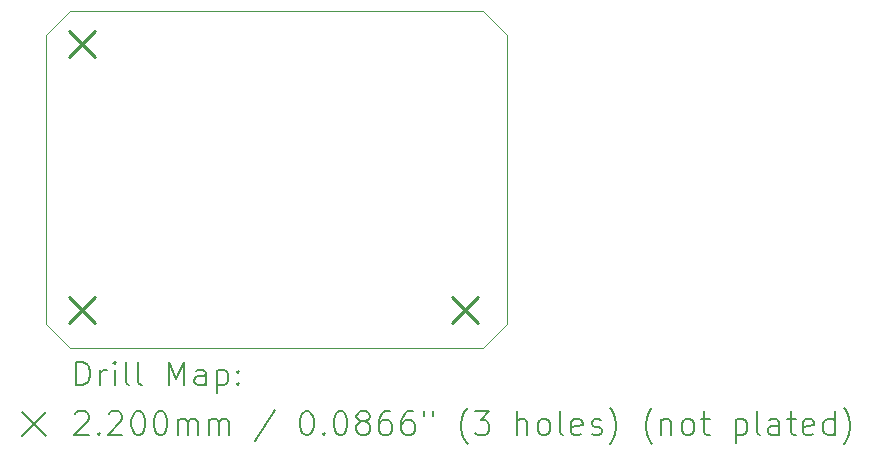
<source format=gbr>
%TF.GenerationSoftware,KiCad,Pcbnew,9.0.4*%
%TF.CreationDate,2025-10-19T21:38:01+02:00*%
%TF.ProjectId,3v-switching-voltage-regulator,33762d73-7769-4746-9368-696e672d766f,rev?*%
%TF.SameCoordinates,Original*%
%TF.FileFunction,Drillmap*%
%TF.FilePolarity,Positive*%
%FSLAX45Y45*%
G04 Gerber Fmt 4.5, Leading zero omitted, Abs format (unit mm)*
G04 Created by KiCad (PCBNEW 9.0.4) date 2025-10-19 21:38:01*
%MOMM*%
%LPD*%
G01*
G04 APERTURE LIST*
%ADD10C,0.100000*%
%ADD11C,0.200000*%
%ADD12C,0.220000*%
G04 APERTURE END LIST*
D10*
X8125000Y-6200000D02*
X8125000Y-3750000D01*
X8325000Y-3550000D02*
X11825000Y-3550000D01*
X8325000Y-6400000D02*
X8125000Y-6200000D01*
X8125000Y-3750000D02*
X8325000Y-3550000D01*
X12025000Y-3750000D02*
X11825000Y-3550000D01*
X8325000Y-6400000D02*
X11825000Y-6400000D01*
X12025000Y-6200000D02*
X12025000Y-3750000D01*
X11825000Y-6400000D02*
X12025000Y-6200000D01*
D11*
D12*
X8315000Y-3715000D02*
X8535000Y-3935000D01*
X8535000Y-3715000D02*
X8315000Y-3935000D01*
X8315000Y-5965000D02*
X8535000Y-6185000D01*
X8535000Y-5965000D02*
X8315000Y-6185000D01*
X11565000Y-5965000D02*
X11785000Y-6185000D01*
X11785000Y-5965000D02*
X11565000Y-6185000D01*
D11*
X8380777Y-6716484D02*
X8380777Y-6516484D01*
X8380777Y-6516484D02*
X8428396Y-6516484D01*
X8428396Y-6516484D02*
X8456967Y-6526008D01*
X8456967Y-6526008D02*
X8476015Y-6545055D01*
X8476015Y-6545055D02*
X8485539Y-6564103D01*
X8485539Y-6564103D02*
X8495063Y-6602198D01*
X8495063Y-6602198D02*
X8495063Y-6630769D01*
X8495063Y-6630769D02*
X8485539Y-6668865D01*
X8485539Y-6668865D02*
X8476015Y-6687912D01*
X8476015Y-6687912D02*
X8456967Y-6706960D01*
X8456967Y-6706960D02*
X8428396Y-6716484D01*
X8428396Y-6716484D02*
X8380777Y-6716484D01*
X8580777Y-6716484D02*
X8580777Y-6583150D01*
X8580777Y-6621246D02*
X8590301Y-6602198D01*
X8590301Y-6602198D02*
X8599824Y-6592674D01*
X8599824Y-6592674D02*
X8618872Y-6583150D01*
X8618872Y-6583150D02*
X8637920Y-6583150D01*
X8704586Y-6716484D02*
X8704586Y-6583150D01*
X8704586Y-6516484D02*
X8695063Y-6526008D01*
X8695063Y-6526008D02*
X8704586Y-6535531D01*
X8704586Y-6535531D02*
X8714110Y-6526008D01*
X8714110Y-6526008D02*
X8704586Y-6516484D01*
X8704586Y-6516484D02*
X8704586Y-6535531D01*
X8828396Y-6716484D02*
X8809348Y-6706960D01*
X8809348Y-6706960D02*
X8799824Y-6687912D01*
X8799824Y-6687912D02*
X8799824Y-6516484D01*
X8933158Y-6716484D02*
X8914110Y-6706960D01*
X8914110Y-6706960D02*
X8904586Y-6687912D01*
X8904586Y-6687912D02*
X8904586Y-6516484D01*
X9161729Y-6716484D02*
X9161729Y-6516484D01*
X9161729Y-6516484D02*
X9228396Y-6659341D01*
X9228396Y-6659341D02*
X9295063Y-6516484D01*
X9295063Y-6516484D02*
X9295063Y-6716484D01*
X9476015Y-6716484D02*
X9476015Y-6611722D01*
X9476015Y-6611722D02*
X9466491Y-6592674D01*
X9466491Y-6592674D02*
X9447444Y-6583150D01*
X9447444Y-6583150D02*
X9409348Y-6583150D01*
X9409348Y-6583150D02*
X9390301Y-6592674D01*
X9476015Y-6706960D02*
X9456967Y-6716484D01*
X9456967Y-6716484D02*
X9409348Y-6716484D01*
X9409348Y-6716484D02*
X9390301Y-6706960D01*
X9390301Y-6706960D02*
X9380777Y-6687912D01*
X9380777Y-6687912D02*
X9380777Y-6668865D01*
X9380777Y-6668865D02*
X9390301Y-6649817D01*
X9390301Y-6649817D02*
X9409348Y-6640293D01*
X9409348Y-6640293D02*
X9456967Y-6640293D01*
X9456967Y-6640293D02*
X9476015Y-6630769D01*
X9571253Y-6583150D02*
X9571253Y-6783150D01*
X9571253Y-6592674D02*
X9590301Y-6583150D01*
X9590301Y-6583150D02*
X9628396Y-6583150D01*
X9628396Y-6583150D02*
X9647444Y-6592674D01*
X9647444Y-6592674D02*
X9656967Y-6602198D01*
X9656967Y-6602198D02*
X9666491Y-6621246D01*
X9666491Y-6621246D02*
X9666491Y-6678388D01*
X9666491Y-6678388D02*
X9656967Y-6697436D01*
X9656967Y-6697436D02*
X9647444Y-6706960D01*
X9647444Y-6706960D02*
X9628396Y-6716484D01*
X9628396Y-6716484D02*
X9590301Y-6716484D01*
X9590301Y-6716484D02*
X9571253Y-6706960D01*
X9752205Y-6697436D02*
X9761729Y-6706960D01*
X9761729Y-6706960D02*
X9752205Y-6716484D01*
X9752205Y-6716484D02*
X9742682Y-6706960D01*
X9742682Y-6706960D02*
X9752205Y-6697436D01*
X9752205Y-6697436D02*
X9752205Y-6716484D01*
X9752205Y-6592674D02*
X9761729Y-6602198D01*
X9761729Y-6602198D02*
X9752205Y-6611722D01*
X9752205Y-6611722D02*
X9742682Y-6602198D01*
X9742682Y-6602198D02*
X9752205Y-6592674D01*
X9752205Y-6592674D02*
X9752205Y-6611722D01*
X7920000Y-6945000D02*
X8120000Y-7145000D01*
X8120000Y-6945000D02*
X7920000Y-7145000D01*
X8371253Y-6955531D02*
X8380777Y-6946008D01*
X8380777Y-6946008D02*
X8399824Y-6936484D01*
X8399824Y-6936484D02*
X8447444Y-6936484D01*
X8447444Y-6936484D02*
X8466491Y-6946008D01*
X8466491Y-6946008D02*
X8476015Y-6955531D01*
X8476015Y-6955531D02*
X8485539Y-6974579D01*
X8485539Y-6974579D02*
X8485539Y-6993627D01*
X8485539Y-6993627D02*
X8476015Y-7022198D01*
X8476015Y-7022198D02*
X8361729Y-7136484D01*
X8361729Y-7136484D02*
X8485539Y-7136484D01*
X8571253Y-7117436D02*
X8580777Y-7126960D01*
X8580777Y-7126960D02*
X8571253Y-7136484D01*
X8571253Y-7136484D02*
X8561729Y-7126960D01*
X8561729Y-7126960D02*
X8571253Y-7117436D01*
X8571253Y-7117436D02*
X8571253Y-7136484D01*
X8656967Y-6955531D02*
X8666491Y-6946008D01*
X8666491Y-6946008D02*
X8685539Y-6936484D01*
X8685539Y-6936484D02*
X8733158Y-6936484D01*
X8733158Y-6936484D02*
X8752205Y-6946008D01*
X8752205Y-6946008D02*
X8761729Y-6955531D01*
X8761729Y-6955531D02*
X8771253Y-6974579D01*
X8771253Y-6974579D02*
X8771253Y-6993627D01*
X8771253Y-6993627D02*
X8761729Y-7022198D01*
X8761729Y-7022198D02*
X8647444Y-7136484D01*
X8647444Y-7136484D02*
X8771253Y-7136484D01*
X8895063Y-6936484D02*
X8914110Y-6936484D01*
X8914110Y-6936484D02*
X8933158Y-6946008D01*
X8933158Y-6946008D02*
X8942682Y-6955531D01*
X8942682Y-6955531D02*
X8952205Y-6974579D01*
X8952205Y-6974579D02*
X8961729Y-7012674D01*
X8961729Y-7012674D02*
X8961729Y-7060293D01*
X8961729Y-7060293D02*
X8952205Y-7098388D01*
X8952205Y-7098388D02*
X8942682Y-7117436D01*
X8942682Y-7117436D02*
X8933158Y-7126960D01*
X8933158Y-7126960D02*
X8914110Y-7136484D01*
X8914110Y-7136484D02*
X8895063Y-7136484D01*
X8895063Y-7136484D02*
X8876015Y-7126960D01*
X8876015Y-7126960D02*
X8866491Y-7117436D01*
X8866491Y-7117436D02*
X8856967Y-7098388D01*
X8856967Y-7098388D02*
X8847444Y-7060293D01*
X8847444Y-7060293D02*
X8847444Y-7012674D01*
X8847444Y-7012674D02*
X8856967Y-6974579D01*
X8856967Y-6974579D02*
X8866491Y-6955531D01*
X8866491Y-6955531D02*
X8876015Y-6946008D01*
X8876015Y-6946008D02*
X8895063Y-6936484D01*
X9085539Y-6936484D02*
X9104586Y-6936484D01*
X9104586Y-6936484D02*
X9123634Y-6946008D01*
X9123634Y-6946008D02*
X9133158Y-6955531D01*
X9133158Y-6955531D02*
X9142682Y-6974579D01*
X9142682Y-6974579D02*
X9152205Y-7012674D01*
X9152205Y-7012674D02*
X9152205Y-7060293D01*
X9152205Y-7060293D02*
X9142682Y-7098388D01*
X9142682Y-7098388D02*
X9133158Y-7117436D01*
X9133158Y-7117436D02*
X9123634Y-7126960D01*
X9123634Y-7126960D02*
X9104586Y-7136484D01*
X9104586Y-7136484D02*
X9085539Y-7136484D01*
X9085539Y-7136484D02*
X9066491Y-7126960D01*
X9066491Y-7126960D02*
X9056967Y-7117436D01*
X9056967Y-7117436D02*
X9047444Y-7098388D01*
X9047444Y-7098388D02*
X9037920Y-7060293D01*
X9037920Y-7060293D02*
X9037920Y-7012674D01*
X9037920Y-7012674D02*
X9047444Y-6974579D01*
X9047444Y-6974579D02*
X9056967Y-6955531D01*
X9056967Y-6955531D02*
X9066491Y-6946008D01*
X9066491Y-6946008D02*
X9085539Y-6936484D01*
X9237920Y-7136484D02*
X9237920Y-7003150D01*
X9237920Y-7022198D02*
X9247444Y-7012674D01*
X9247444Y-7012674D02*
X9266491Y-7003150D01*
X9266491Y-7003150D02*
X9295063Y-7003150D01*
X9295063Y-7003150D02*
X9314110Y-7012674D01*
X9314110Y-7012674D02*
X9323634Y-7031722D01*
X9323634Y-7031722D02*
X9323634Y-7136484D01*
X9323634Y-7031722D02*
X9333158Y-7012674D01*
X9333158Y-7012674D02*
X9352205Y-7003150D01*
X9352205Y-7003150D02*
X9380777Y-7003150D01*
X9380777Y-7003150D02*
X9399825Y-7012674D01*
X9399825Y-7012674D02*
X9409348Y-7031722D01*
X9409348Y-7031722D02*
X9409348Y-7136484D01*
X9504586Y-7136484D02*
X9504586Y-7003150D01*
X9504586Y-7022198D02*
X9514110Y-7012674D01*
X9514110Y-7012674D02*
X9533158Y-7003150D01*
X9533158Y-7003150D02*
X9561729Y-7003150D01*
X9561729Y-7003150D02*
X9580777Y-7012674D01*
X9580777Y-7012674D02*
X9590301Y-7031722D01*
X9590301Y-7031722D02*
X9590301Y-7136484D01*
X9590301Y-7031722D02*
X9599825Y-7012674D01*
X9599825Y-7012674D02*
X9618872Y-7003150D01*
X9618872Y-7003150D02*
X9647444Y-7003150D01*
X9647444Y-7003150D02*
X9666491Y-7012674D01*
X9666491Y-7012674D02*
X9676015Y-7031722D01*
X9676015Y-7031722D02*
X9676015Y-7136484D01*
X10066491Y-6926960D02*
X9895063Y-7184103D01*
X10323634Y-6936484D02*
X10342682Y-6936484D01*
X10342682Y-6936484D02*
X10361729Y-6946008D01*
X10361729Y-6946008D02*
X10371253Y-6955531D01*
X10371253Y-6955531D02*
X10380777Y-6974579D01*
X10380777Y-6974579D02*
X10390301Y-7012674D01*
X10390301Y-7012674D02*
X10390301Y-7060293D01*
X10390301Y-7060293D02*
X10380777Y-7098388D01*
X10380777Y-7098388D02*
X10371253Y-7117436D01*
X10371253Y-7117436D02*
X10361729Y-7126960D01*
X10361729Y-7126960D02*
X10342682Y-7136484D01*
X10342682Y-7136484D02*
X10323634Y-7136484D01*
X10323634Y-7136484D02*
X10304587Y-7126960D01*
X10304587Y-7126960D02*
X10295063Y-7117436D01*
X10295063Y-7117436D02*
X10285539Y-7098388D01*
X10285539Y-7098388D02*
X10276015Y-7060293D01*
X10276015Y-7060293D02*
X10276015Y-7012674D01*
X10276015Y-7012674D02*
X10285539Y-6974579D01*
X10285539Y-6974579D02*
X10295063Y-6955531D01*
X10295063Y-6955531D02*
X10304587Y-6946008D01*
X10304587Y-6946008D02*
X10323634Y-6936484D01*
X10476015Y-7117436D02*
X10485539Y-7126960D01*
X10485539Y-7126960D02*
X10476015Y-7136484D01*
X10476015Y-7136484D02*
X10466491Y-7126960D01*
X10466491Y-7126960D02*
X10476015Y-7117436D01*
X10476015Y-7117436D02*
X10476015Y-7136484D01*
X10609348Y-6936484D02*
X10628396Y-6936484D01*
X10628396Y-6936484D02*
X10647444Y-6946008D01*
X10647444Y-6946008D02*
X10656968Y-6955531D01*
X10656968Y-6955531D02*
X10666491Y-6974579D01*
X10666491Y-6974579D02*
X10676015Y-7012674D01*
X10676015Y-7012674D02*
X10676015Y-7060293D01*
X10676015Y-7060293D02*
X10666491Y-7098388D01*
X10666491Y-7098388D02*
X10656968Y-7117436D01*
X10656968Y-7117436D02*
X10647444Y-7126960D01*
X10647444Y-7126960D02*
X10628396Y-7136484D01*
X10628396Y-7136484D02*
X10609348Y-7136484D01*
X10609348Y-7136484D02*
X10590301Y-7126960D01*
X10590301Y-7126960D02*
X10580777Y-7117436D01*
X10580777Y-7117436D02*
X10571253Y-7098388D01*
X10571253Y-7098388D02*
X10561729Y-7060293D01*
X10561729Y-7060293D02*
X10561729Y-7012674D01*
X10561729Y-7012674D02*
X10571253Y-6974579D01*
X10571253Y-6974579D02*
X10580777Y-6955531D01*
X10580777Y-6955531D02*
X10590301Y-6946008D01*
X10590301Y-6946008D02*
X10609348Y-6936484D01*
X10790301Y-7022198D02*
X10771253Y-7012674D01*
X10771253Y-7012674D02*
X10761729Y-7003150D01*
X10761729Y-7003150D02*
X10752206Y-6984103D01*
X10752206Y-6984103D02*
X10752206Y-6974579D01*
X10752206Y-6974579D02*
X10761729Y-6955531D01*
X10761729Y-6955531D02*
X10771253Y-6946008D01*
X10771253Y-6946008D02*
X10790301Y-6936484D01*
X10790301Y-6936484D02*
X10828396Y-6936484D01*
X10828396Y-6936484D02*
X10847444Y-6946008D01*
X10847444Y-6946008D02*
X10856968Y-6955531D01*
X10856968Y-6955531D02*
X10866491Y-6974579D01*
X10866491Y-6974579D02*
X10866491Y-6984103D01*
X10866491Y-6984103D02*
X10856968Y-7003150D01*
X10856968Y-7003150D02*
X10847444Y-7012674D01*
X10847444Y-7012674D02*
X10828396Y-7022198D01*
X10828396Y-7022198D02*
X10790301Y-7022198D01*
X10790301Y-7022198D02*
X10771253Y-7031722D01*
X10771253Y-7031722D02*
X10761729Y-7041246D01*
X10761729Y-7041246D02*
X10752206Y-7060293D01*
X10752206Y-7060293D02*
X10752206Y-7098388D01*
X10752206Y-7098388D02*
X10761729Y-7117436D01*
X10761729Y-7117436D02*
X10771253Y-7126960D01*
X10771253Y-7126960D02*
X10790301Y-7136484D01*
X10790301Y-7136484D02*
X10828396Y-7136484D01*
X10828396Y-7136484D02*
X10847444Y-7126960D01*
X10847444Y-7126960D02*
X10856968Y-7117436D01*
X10856968Y-7117436D02*
X10866491Y-7098388D01*
X10866491Y-7098388D02*
X10866491Y-7060293D01*
X10866491Y-7060293D02*
X10856968Y-7041246D01*
X10856968Y-7041246D02*
X10847444Y-7031722D01*
X10847444Y-7031722D02*
X10828396Y-7022198D01*
X11037920Y-6936484D02*
X10999825Y-6936484D01*
X10999825Y-6936484D02*
X10980777Y-6946008D01*
X10980777Y-6946008D02*
X10971253Y-6955531D01*
X10971253Y-6955531D02*
X10952206Y-6984103D01*
X10952206Y-6984103D02*
X10942682Y-7022198D01*
X10942682Y-7022198D02*
X10942682Y-7098388D01*
X10942682Y-7098388D02*
X10952206Y-7117436D01*
X10952206Y-7117436D02*
X10961729Y-7126960D01*
X10961729Y-7126960D02*
X10980777Y-7136484D01*
X10980777Y-7136484D02*
X11018872Y-7136484D01*
X11018872Y-7136484D02*
X11037920Y-7126960D01*
X11037920Y-7126960D02*
X11047444Y-7117436D01*
X11047444Y-7117436D02*
X11056968Y-7098388D01*
X11056968Y-7098388D02*
X11056968Y-7050769D01*
X11056968Y-7050769D02*
X11047444Y-7031722D01*
X11047444Y-7031722D02*
X11037920Y-7022198D01*
X11037920Y-7022198D02*
X11018872Y-7012674D01*
X11018872Y-7012674D02*
X10980777Y-7012674D01*
X10980777Y-7012674D02*
X10961729Y-7022198D01*
X10961729Y-7022198D02*
X10952206Y-7031722D01*
X10952206Y-7031722D02*
X10942682Y-7050769D01*
X11228396Y-6936484D02*
X11190301Y-6936484D01*
X11190301Y-6936484D02*
X11171253Y-6946008D01*
X11171253Y-6946008D02*
X11161729Y-6955531D01*
X11161729Y-6955531D02*
X11142682Y-6984103D01*
X11142682Y-6984103D02*
X11133158Y-7022198D01*
X11133158Y-7022198D02*
X11133158Y-7098388D01*
X11133158Y-7098388D02*
X11142682Y-7117436D01*
X11142682Y-7117436D02*
X11152206Y-7126960D01*
X11152206Y-7126960D02*
X11171253Y-7136484D01*
X11171253Y-7136484D02*
X11209348Y-7136484D01*
X11209348Y-7136484D02*
X11228396Y-7126960D01*
X11228396Y-7126960D02*
X11237920Y-7117436D01*
X11237920Y-7117436D02*
X11247444Y-7098388D01*
X11247444Y-7098388D02*
X11247444Y-7050769D01*
X11247444Y-7050769D02*
X11237920Y-7031722D01*
X11237920Y-7031722D02*
X11228396Y-7022198D01*
X11228396Y-7022198D02*
X11209348Y-7012674D01*
X11209348Y-7012674D02*
X11171253Y-7012674D01*
X11171253Y-7012674D02*
X11152206Y-7022198D01*
X11152206Y-7022198D02*
X11142682Y-7031722D01*
X11142682Y-7031722D02*
X11133158Y-7050769D01*
X11323634Y-6936484D02*
X11323634Y-6974579D01*
X11399825Y-6936484D02*
X11399825Y-6974579D01*
X11695063Y-7212674D02*
X11685539Y-7203150D01*
X11685539Y-7203150D02*
X11666491Y-7174579D01*
X11666491Y-7174579D02*
X11656968Y-7155531D01*
X11656968Y-7155531D02*
X11647444Y-7126960D01*
X11647444Y-7126960D02*
X11637920Y-7079341D01*
X11637920Y-7079341D02*
X11637920Y-7041246D01*
X11637920Y-7041246D02*
X11647444Y-6993627D01*
X11647444Y-6993627D02*
X11656968Y-6965055D01*
X11656968Y-6965055D02*
X11666491Y-6946008D01*
X11666491Y-6946008D02*
X11685539Y-6917436D01*
X11685539Y-6917436D02*
X11695063Y-6907912D01*
X11752206Y-6936484D02*
X11876015Y-6936484D01*
X11876015Y-6936484D02*
X11809348Y-7012674D01*
X11809348Y-7012674D02*
X11837920Y-7012674D01*
X11837920Y-7012674D02*
X11856968Y-7022198D01*
X11856968Y-7022198D02*
X11866491Y-7031722D01*
X11866491Y-7031722D02*
X11876015Y-7050769D01*
X11876015Y-7050769D02*
X11876015Y-7098388D01*
X11876015Y-7098388D02*
X11866491Y-7117436D01*
X11866491Y-7117436D02*
X11856968Y-7126960D01*
X11856968Y-7126960D02*
X11837920Y-7136484D01*
X11837920Y-7136484D02*
X11780777Y-7136484D01*
X11780777Y-7136484D02*
X11761729Y-7126960D01*
X11761729Y-7126960D02*
X11752206Y-7117436D01*
X12114110Y-7136484D02*
X12114110Y-6936484D01*
X12199825Y-7136484D02*
X12199825Y-7031722D01*
X12199825Y-7031722D02*
X12190301Y-7012674D01*
X12190301Y-7012674D02*
X12171253Y-7003150D01*
X12171253Y-7003150D02*
X12142682Y-7003150D01*
X12142682Y-7003150D02*
X12123634Y-7012674D01*
X12123634Y-7012674D02*
X12114110Y-7022198D01*
X12323634Y-7136484D02*
X12304587Y-7126960D01*
X12304587Y-7126960D02*
X12295063Y-7117436D01*
X12295063Y-7117436D02*
X12285539Y-7098388D01*
X12285539Y-7098388D02*
X12285539Y-7041246D01*
X12285539Y-7041246D02*
X12295063Y-7022198D01*
X12295063Y-7022198D02*
X12304587Y-7012674D01*
X12304587Y-7012674D02*
X12323634Y-7003150D01*
X12323634Y-7003150D02*
X12352206Y-7003150D01*
X12352206Y-7003150D02*
X12371253Y-7012674D01*
X12371253Y-7012674D02*
X12380777Y-7022198D01*
X12380777Y-7022198D02*
X12390301Y-7041246D01*
X12390301Y-7041246D02*
X12390301Y-7098388D01*
X12390301Y-7098388D02*
X12380777Y-7117436D01*
X12380777Y-7117436D02*
X12371253Y-7126960D01*
X12371253Y-7126960D02*
X12352206Y-7136484D01*
X12352206Y-7136484D02*
X12323634Y-7136484D01*
X12504587Y-7136484D02*
X12485539Y-7126960D01*
X12485539Y-7126960D02*
X12476015Y-7107912D01*
X12476015Y-7107912D02*
X12476015Y-6936484D01*
X12656968Y-7126960D02*
X12637920Y-7136484D01*
X12637920Y-7136484D02*
X12599825Y-7136484D01*
X12599825Y-7136484D02*
X12580777Y-7126960D01*
X12580777Y-7126960D02*
X12571253Y-7107912D01*
X12571253Y-7107912D02*
X12571253Y-7031722D01*
X12571253Y-7031722D02*
X12580777Y-7012674D01*
X12580777Y-7012674D02*
X12599825Y-7003150D01*
X12599825Y-7003150D02*
X12637920Y-7003150D01*
X12637920Y-7003150D02*
X12656968Y-7012674D01*
X12656968Y-7012674D02*
X12666491Y-7031722D01*
X12666491Y-7031722D02*
X12666491Y-7050769D01*
X12666491Y-7050769D02*
X12571253Y-7069817D01*
X12742682Y-7126960D02*
X12761730Y-7136484D01*
X12761730Y-7136484D02*
X12799825Y-7136484D01*
X12799825Y-7136484D02*
X12818872Y-7126960D01*
X12818872Y-7126960D02*
X12828396Y-7107912D01*
X12828396Y-7107912D02*
X12828396Y-7098388D01*
X12828396Y-7098388D02*
X12818872Y-7079341D01*
X12818872Y-7079341D02*
X12799825Y-7069817D01*
X12799825Y-7069817D02*
X12771253Y-7069817D01*
X12771253Y-7069817D02*
X12752206Y-7060293D01*
X12752206Y-7060293D02*
X12742682Y-7041246D01*
X12742682Y-7041246D02*
X12742682Y-7031722D01*
X12742682Y-7031722D02*
X12752206Y-7012674D01*
X12752206Y-7012674D02*
X12771253Y-7003150D01*
X12771253Y-7003150D02*
X12799825Y-7003150D01*
X12799825Y-7003150D02*
X12818872Y-7012674D01*
X12895063Y-7212674D02*
X12904587Y-7203150D01*
X12904587Y-7203150D02*
X12923634Y-7174579D01*
X12923634Y-7174579D02*
X12933158Y-7155531D01*
X12933158Y-7155531D02*
X12942682Y-7126960D01*
X12942682Y-7126960D02*
X12952206Y-7079341D01*
X12952206Y-7079341D02*
X12952206Y-7041246D01*
X12952206Y-7041246D02*
X12942682Y-6993627D01*
X12942682Y-6993627D02*
X12933158Y-6965055D01*
X12933158Y-6965055D02*
X12923634Y-6946008D01*
X12923634Y-6946008D02*
X12904587Y-6917436D01*
X12904587Y-6917436D02*
X12895063Y-6907912D01*
X13256968Y-7212674D02*
X13247444Y-7203150D01*
X13247444Y-7203150D02*
X13228396Y-7174579D01*
X13228396Y-7174579D02*
X13218872Y-7155531D01*
X13218872Y-7155531D02*
X13209349Y-7126960D01*
X13209349Y-7126960D02*
X13199825Y-7079341D01*
X13199825Y-7079341D02*
X13199825Y-7041246D01*
X13199825Y-7041246D02*
X13209349Y-6993627D01*
X13209349Y-6993627D02*
X13218872Y-6965055D01*
X13218872Y-6965055D02*
X13228396Y-6946008D01*
X13228396Y-6946008D02*
X13247444Y-6917436D01*
X13247444Y-6917436D02*
X13256968Y-6907912D01*
X13333158Y-7003150D02*
X13333158Y-7136484D01*
X13333158Y-7022198D02*
X13342682Y-7012674D01*
X13342682Y-7012674D02*
X13361730Y-7003150D01*
X13361730Y-7003150D02*
X13390301Y-7003150D01*
X13390301Y-7003150D02*
X13409349Y-7012674D01*
X13409349Y-7012674D02*
X13418872Y-7031722D01*
X13418872Y-7031722D02*
X13418872Y-7136484D01*
X13542682Y-7136484D02*
X13523634Y-7126960D01*
X13523634Y-7126960D02*
X13514111Y-7117436D01*
X13514111Y-7117436D02*
X13504587Y-7098388D01*
X13504587Y-7098388D02*
X13504587Y-7041246D01*
X13504587Y-7041246D02*
X13514111Y-7022198D01*
X13514111Y-7022198D02*
X13523634Y-7012674D01*
X13523634Y-7012674D02*
X13542682Y-7003150D01*
X13542682Y-7003150D02*
X13571253Y-7003150D01*
X13571253Y-7003150D02*
X13590301Y-7012674D01*
X13590301Y-7012674D02*
X13599825Y-7022198D01*
X13599825Y-7022198D02*
X13609349Y-7041246D01*
X13609349Y-7041246D02*
X13609349Y-7098388D01*
X13609349Y-7098388D02*
X13599825Y-7117436D01*
X13599825Y-7117436D02*
X13590301Y-7126960D01*
X13590301Y-7126960D02*
X13571253Y-7136484D01*
X13571253Y-7136484D02*
X13542682Y-7136484D01*
X13666492Y-7003150D02*
X13742682Y-7003150D01*
X13695063Y-6936484D02*
X13695063Y-7107912D01*
X13695063Y-7107912D02*
X13704587Y-7126960D01*
X13704587Y-7126960D02*
X13723634Y-7136484D01*
X13723634Y-7136484D02*
X13742682Y-7136484D01*
X13961730Y-7003150D02*
X13961730Y-7203150D01*
X13961730Y-7012674D02*
X13980777Y-7003150D01*
X13980777Y-7003150D02*
X14018873Y-7003150D01*
X14018873Y-7003150D02*
X14037920Y-7012674D01*
X14037920Y-7012674D02*
X14047444Y-7022198D01*
X14047444Y-7022198D02*
X14056968Y-7041246D01*
X14056968Y-7041246D02*
X14056968Y-7098388D01*
X14056968Y-7098388D02*
X14047444Y-7117436D01*
X14047444Y-7117436D02*
X14037920Y-7126960D01*
X14037920Y-7126960D02*
X14018873Y-7136484D01*
X14018873Y-7136484D02*
X13980777Y-7136484D01*
X13980777Y-7136484D02*
X13961730Y-7126960D01*
X14171253Y-7136484D02*
X14152206Y-7126960D01*
X14152206Y-7126960D02*
X14142682Y-7107912D01*
X14142682Y-7107912D02*
X14142682Y-6936484D01*
X14333158Y-7136484D02*
X14333158Y-7031722D01*
X14333158Y-7031722D02*
X14323634Y-7012674D01*
X14323634Y-7012674D02*
X14304587Y-7003150D01*
X14304587Y-7003150D02*
X14266492Y-7003150D01*
X14266492Y-7003150D02*
X14247444Y-7012674D01*
X14333158Y-7126960D02*
X14314111Y-7136484D01*
X14314111Y-7136484D02*
X14266492Y-7136484D01*
X14266492Y-7136484D02*
X14247444Y-7126960D01*
X14247444Y-7126960D02*
X14237920Y-7107912D01*
X14237920Y-7107912D02*
X14237920Y-7088865D01*
X14237920Y-7088865D02*
X14247444Y-7069817D01*
X14247444Y-7069817D02*
X14266492Y-7060293D01*
X14266492Y-7060293D02*
X14314111Y-7060293D01*
X14314111Y-7060293D02*
X14333158Y-7050769D01*
X14399825Y-7003150D02*
X14476015Y-7003150D01*
X14428396Y-6936484D02*
X14428396Y-7107912D01*
X14428396Y-7107912D02*
X14437920Y-7126960D01*
X14437920Y-7126960D02*
X14456968Y-7136484D01*
X14456968Y-7136484D02*
X14476015Y-7136484D01*
X14618873Y-7126960D02*
X14599825Y-7136484D01*
X14599825Y-7136484D02*
X14561730Y-7136484D01*
X14561730Y-7136484D02*
X14542682Y-7126960D01*
X14542682Y-7126960D02*
X14533158Y-7107912D01*
X14533158Y-7107912D02*
X14533158Y-7031722D01*
X14533158Y-7031722D02*
X14542682Y-7012674D01*
X14542682Y-7012674D02*
X14561730Y-7003150D01*
X14561730Y-7003150D02*
X14599825Y-7003150D01*
X14599825Y-7003150D02*
X14618873Y-7012674D01*
X14618873Y-7012674D02*
X14628396Y-7031722D01*
X14628396Y-7031722D02*
X14628396Y-7050769D01*
X14628396Y-7050769D02*
X14533158Y-7069817D01*
X14799825Y-7136484D02*
X14799825Y-6936484D01*
X14799825Y-7126960D02*
X14780777Y-7136484D01*
X14780777Y-7136484D02*
X14742682Y-7136484D01*
X14742682Y-7136484D02*
X14723634Y-7126960D01*
X14723634Y-7126960D02*
X14714111Y-7117436D01*
X14714111Y-7117436D02*
X14704587Y-7098388D01*
X14704587Y-7098388D02*
X14704587Y-7041246D01*
X14704587Y-7041246D02*
X14714111Y-7022198D01*
X14714111Y-7022198D02*
X14723634Y-7012674D01*
X14723634Y-7012674D02*
X14742682Y-7003150D01*
X14742682Y-7003150D02*
X14780777Y-7003150D01*
X14780777Y-7003150D02*
X14799825Y-7012674D01*
X14876015Y-7212674D02*
X14885539Y-7203150D01*
X14885539Y-7203150D02*
X14904587Y-7174579D01*
X14904587Y-7174579D02*
X14914111Y-7155531D01*
X14914111Y-7155531D02*
X14923634Y-7126960D01*
X14923634Y-7126960D02*
X14933158Y-7079341D01*
X14933158Y-7079341D02*
X14933158Y-7041246D01*
X14933158Y-7041246D02*
X14923634Y-6993627D01*
X14923634Y-6993627D02*
X14914111Y-6965055D01*
X14914111Y-6965055D02*
X14904587Y-6946008D01*
X14904587Y-6946008D02*
X14885539Y-6917436D01*
X14885539Y-6917436D02*
X14876015Y-6907912D01*
M02*

</source>
